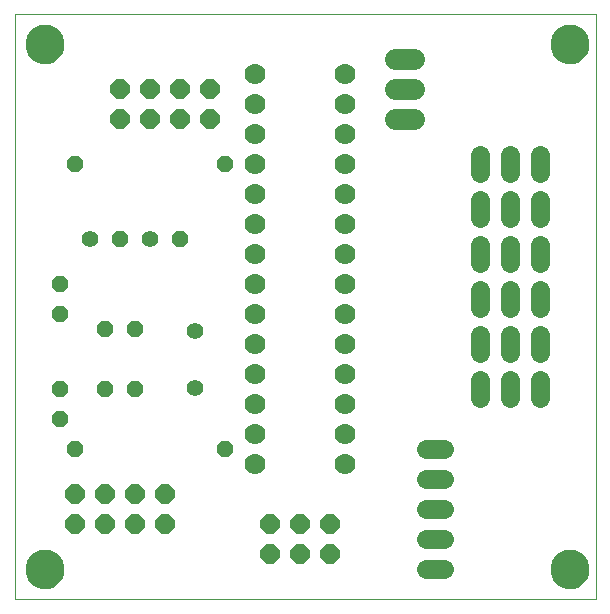
<source format=gbs>
G75*
%MOIN*%
%OFA0B0*%
%FSLAX24Y24*%
%IPPOS*%
%LPD*%
%AMOC8*
5,1,8,0,0,1.08239X$1,22.5*
%
%ADD10C,0.0000*%
%ADD11C,0.1300*%
%ADD12C,0.0700*%
%ADD13C,0.0560*%
%ADD14OC8,0.0560*%
%ADD15OC8,0.0640*%
%ADD16C,0.0640*%
%ADD17C,0.0700*%
D10*
X000220Y002000D02*
X000220Y021496D01*
X019590Y021496D01*
X019590Y002000D01*
X000220Y002000D01*
X000590Y003000D02*
X000592Y003050D01*
X000598Y003100D01*
X000608Y003149D01*
X000622Y003197D01*
X000639Y003244D01*
X000660Y003289D01*
X000685Y003333D01*
X000713Y003374D01*
X000745Y003413D01*
X000779Y003450D01*
X000816Y003484D01*
X000856Y003514D01*
X000898Y003541D01*
X000942Y003565D01*
X000988Y003586D01*
X001035Y003602D01*
X001083Y003615D01*
X001133Y003624D01*
X001182Y003629D01*
X001233Y003630D01*
X001283Y003627D01*
X001332Y003620D01*
X001381Y003609D01*
X001429Y003594D01*
X001475Y003576D01*
X001520Y003554D01*
X001563Y003528D01*
X001604Y003499D01*
X001643Y003467D01*
X001679Y003432D01*
X001711Y003394D01*
X001741Y003354D01*
X001768Y003311D01*
X001791Y003267D01*
X001810Y003221D01*
X001826Y003173D01*
X001838Y003124D01*
X001846Y003075D01*
X001850Y003025D01*
X001850Y002975D01*
X001846Y002925D01*
X001838Y002876D01*
X001826Y002827D01*
X001810Y002779D01*
X001791Y002733D01*
X001768Y002689D01*
X001741Y002646D01*
X001711Y002606D01*
X001679Y002568D01*
X001643Y002533D01*
X001604Y002501D01*
X001563Y002472D01*
X001520Y002446D01*
X001475Y002424D01*
X001429Y002406D01*
X001381Y002391D01*
X001332Y002380D01*
X001283Y002373D01*
X001233Y002370D01*
X001182Y002371D01*
X001133Y002376D01*
X001083Y002385D01*
X001035Y002398D01*
X000988Y002414D01*
X000942Y002435D01*
X000898Y002459D01*
X000856Y002486D01*
X000816Y002516D01*
X000779Y002550D01*
X000745Y002587D01*
X000713Y002626D01*
X000685Y002667D01*
X000660Y002711D01*
X000639Y002756D01*
X000622Y002803D01*
X000608Y002851D01*
X000598Y002900D01*
X000592Y002950D01*
X000590Y003000D01*
X000590Y020500D02*
X000592Y020550D01*
X000598Y020600D01*
X000608Y020649D01*
X000622Y020697D01*
X000639Y020744D01*
X000660Y020789D01*
X000685Y020833D01*
X000713Y020874D01*
X000745Y020913D01*
X000779Y020950D01*
X000816Y020984D01*
X000856Y021014D01*
X000898Y021041D01*
X000942Y021065D01*
X000988Y021086D01*
X001035Y021102D01*
X001083Y021115D01*
X001133Y021124D01*
X001182Y021129D01*
X001233Y021130D01*
X001283Y021127D01*
X001332Y021120D01*
X001381Y021109D01*
X001429Y021094D01*
X001475Y021076D01*
X001520Y021054D01*
X001563Y021028D01*
X001604Y020999D01*
X001643Y020967D01*
X001679Y020932D01*
X001711Y020894D01*
X001741Y020854D01*
X001768Y020811D01*
X001791Y020767D01*
X001810Y020721D01*
X001826Y020673D01*
X001838Y020624D01*
X001846Y020575D01*
X001850Y020525D01*
X001850Y020475D01*
X001846Y020425D01*
X001838Y020376D01*
X001826Y020327D01*
X001810Y020279D01*
X001791Y020233D01*
X001768Y020189D01*
X001741Y020146D01*
X001711Y020106D01*
X001679Y020068D01*
X001643Y020033D01*
X001604Y020001D01*
X001563Y019972D01*
X001520Y019946D01*
X001475Y019924D01*
X001429Y019906D01*
X001381Y019891D01*
X001332Y019880D01*
X001283Y019873D01*
X001233Y019870D01*
X001182Y019871D01*
X001133Y019876D01*
X001083Y019885D01*
X001035Y019898D01*
X000988Y019914D01*
X000942Y019935D01*
X000898Y019959D01*
X000856Y019986D01*
X000816Y020016D01*
X000779Y020050D01*
X000745Y020087D01*
X000713Y020126D01*
X000685Y020167D01*
X000660Y020211D01*
X000639Y020256D01*
X000622Y020303D01*
X000608Y020351D01*
X000598Y020400D01*
X000592Y020450D01*
X000590Y020500D01*
X018090Y020500D02*
X018092Y020550D01*
X018098Y020600D01*
X018108Y020649D01*
X018122Y020697D01*
X018139Y020744D01*
X018160Y020789D01*
X018185Y020833D01*
X018213Y020874D01*
X018245Y020913D01*
X018279Y020950D01*
X018316Y020984D01*
X018356Y021014D01*
X018398Y021041D01*
X018442Y021065D01*
X018488Y021086D01*
X018535Y021102D01*
X018583Y021115D01*
X018633Y021124D01*
X018682Y021129D01*
X018733Y021130D01*
X018783Y021127D01*
X018832Y021120D01*
X018881Y021109D01*
X018929Y021094D01*
X018975Y021076D01*
X019020Y021054D01*
X019063Y021028D01*
X019104Y020999D01*
X019143Y020967D01*
X019179Y020932D01*
X019211Y020894D01*
X019241Y020854D01*
X019268Y020811D01*
X019291Y020767D01*
X019310Y020721D01*
X019326Y020673D01*
X019338Y020624D01*
X019346Y020575D01*
X019350Y020525D01*
X019350Y020475D01*
X019346Y020425D01*
X019338Y020376D01*
X019326Y020327D01*
X019310Y020279D01*
X019291Y020233D01*
X019268Y020189D01*
X019241Y020146D01*
X019211Y020106D01*
X019179Y020068D01*
X019143Y020033D01*
X019104Y020001D01*
X019063Y019972D01*
X019020Y019946D01*
X018975Y019924D01*
X018929Y019906D01*
X018881Y019891D01*
X018832Y019880D01*
X018783Y019873D01*
X018733Y019870D01*
X018682Y019871D01*
X018633Y019876D01*
X018583Y019885D01*
X018535Y019898D01*
X018488Y019914D01*
X018442Y019935D01*
X018398Y019959D01*
X018356Y019986D01*
X018316Y020016D01*
X018279Y020050D01*
X018245Y020087D01*
X018213Y020126D01*
X018185Y020167D01*
X018160Y020211D01*
X018139Y020256D01*
X018122Y020303D01*
X018108Y020351D01*
X018098Y020400D01*
X018092Y020450D01*
X018090Y020500D01*
X018090Y003000D02*
X018092Y003050D01*
X018098Y003100D01*
X018108Y003149D01*
X018122Y003197D01*
X018139Y003244D01*
X018160Y003289D01*
X018185Y003333D01*
X018213Y003374D01*
X018245Y003413D01*
X018279Y003450D01*
X018316Y003484D01*
X018356Y003514D01*
X018398Y003541D01*
X018442Y003565D01*
X018488Y003586D01*
X018535Y003602D01*
X018583Y003615D01*
X018633Y003624D01*
X018682Y003629D01*
X018733Y003630D01*
X018783Y003627D01*
X018832Y003620D01*
X018881Y003609D01*
X018929Y003594D01*
X018975Y003576D01*
X019020Y003554D01*
X019063Y003528D01*
X019104Y003499D01*
X019143Y003467D01*
X019179Y003432D01*
X019211Y003394D01*
X019241Y003354D01*
X019268Y003311D01*
X019291Y003267D01*
X019310Y003221D01*
X019326Y003173D01*
X019338Y003124D01*
X019346Y003075D01*
X019350Y003025D01*
X019350Y002975D01*
X019346Y002925D01*
X019338Y002876D01*
X019326Y002827D01*
X019310Y002779D01*
X019291Y002733D01*
X019268Y002689D01*
X019241Y002646D01*
X019211Y002606D01*
X019179Y002568D01*
X019143Y002533D01*
X019104Y002501D01*
X019063Y002472D01*
X019020Y002446D01*
X018975Y002424D01*
X018929Y002406D01*
X018881Y002391D01*
X018832Y002380D01*
X018783Y002373D01*
X018733Y002370D01*
X018682Y002371D01*
X018633Y002376D01*
X018583Y002385D01*
X018535Y002398D01*
X018488Y002414D01*
X018442Y002435D01*
X018398Y002459D01*
X018356Y002486D01*
X018316Y002516D01*
X018279Y002550D01*
X018245Y002587D01*
X018213Y002626D01*
X018185Y002667D01*
X018160Y002711D01*
X018139Y002756D01*
X018122Y002803D01*
X018108Y002851D01*
X018098Y002900D01*
X018092Y002950D01*
X018090Y003000D01*
D11*
X018720Y003000D03*
X018720Y020500D03*
X001220Y020500D03*
X001220Y003000D03*
D12*
X008220Y006500D03*
X008220Y007500D03*
X008220Y008500D03*
X008220Y009500D03*
X008220Y010500D03*
X008220Y011500D03*
X008220Y012500D03*
X008220Y013500D03*
X008220Y014500D03*
X008220Y015500D03*
X008220Y016500D03*
X008220Y017500D03*
X008220Y018500D03*
X008220Y019500D03*
X011220Y019500D03*
X011220Y018500D03*
X011220Y017500D03*
X011220Y016500D03*
X011220Y015500D03*
X011220Y014500D03*
X011220Y013500D03*
X011220Y012500D03*
X011220Y011500D03*
X011220Y010500D03*
X011220Y009500D03*
X011220Y008500D03*
X011220Y007500D03*
X011220Y006500D03*
D13*
X006220Y009050D03*
X006220Y010950D03*
X004720Y014000D03*
X002720Y014000D03*
D14*
X003720Y014000D03*
X005720Y014000D03*
X007220Y016500D03*
X002220Y016500D03*
X001720Y012500D03*
X001720Y011500D03*
X003220Y011000D03*
X004220Y011000D03*
X004220Y009000D03*
X003220Y009000D03*
X001720Y009000D03*
X001720Y008000D03*
X002220Y007000D03*
X007220Y007000D03*
D15*
X005220Y005500D03*
X005220Y004500D03*
X004220Y004500D03*
X004220Y005500D03*
X003220Y005500D03*
X003220Y004500D03*
X002220Y004500D03*
X002220Y005500D03*
X008720Y004500D03*
X008720Y003500D03*
X009720Y003500D03*
X010720Y003500D03*
X010720Y004500D03*
X009720Y004500D03*
X006720Y018000D03*
X006720Y019000D03*
X005720Y019000D03*
X005720Y018000D03*
X004720Y018000D03*
X003720Y018000D03*
X003720Y019000D03*
X004720Y019000D03*
D16*
X015720Y016800D02*
X015720Y016200D01*
X015720Y015300D02*
X015720Y014700D01*
X015720Y013800D02*
X015720Y013200D01*
X015720Y012300D02*
X015720Y011700D01*
X015720Y010800D02*
X015720Y010200D01*
X015720Y009300D02*
X015720Y008700D01*
X016720Y008700D02*
X016720Y009300D01*
X016720Y010200D02*
X016720Y010800D01*
X016720Y011700D02*
X016720Y012300D01*
X016720Y013200D02*
X016720Y013800D01*
X016720Y014700D02*
X016720Y015300D01*
X016720Y016200D02*
X016720Y016800D01*
X017720Y016800D02*
X017720Y016200D01*
X017720Y015300D02*
X017720Y014700D01*
X017720Y013800D02*
X017720Y013200D01*
X017720Y012300D02*
X017720Y011700D01*
X017720Y010800D02*
X017720Y010200D01*
X017720Y009300D02*
X017720Y008700D01*
X014520Y007000D02*
X013920Y007000D01*
X013920Y006000D02*
X014520Y006000D01*
X014520Y005000D02*
X013920Y005000D01*
X013920Y004000D02*
X014520Y004000D01*
X014520Y003000D02*
X013920Y003000D01*
D17*
X013550Y018000D02*
X012890Y018000D01*
X012890Y019000D02*
X013550Y019000D01*
X013550Y020000D02*
X012890Y020000D01*
M02*

</source>
